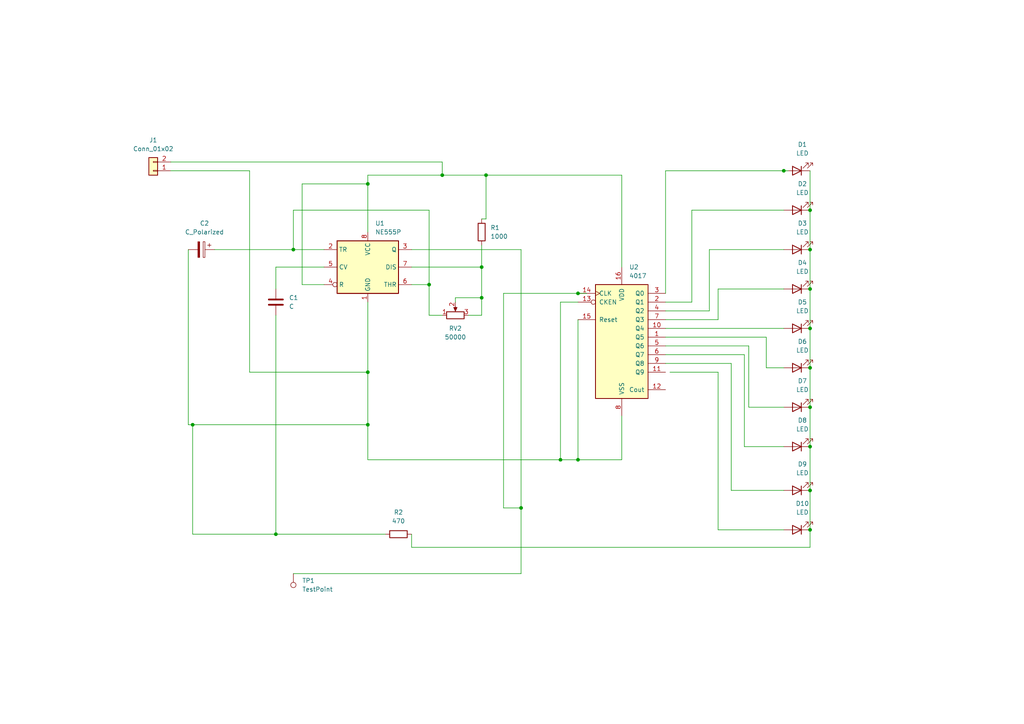
<source format=kicad_sch>
(kicad_sch
	(version 20250114)
	(generator "eeschema")
	(generator_version "9.0")
	(uuid "cb7bdb32-d66a-4ac8-8e54-3f0490b24f71")
	(paper "A4")
	(lib_symbols
		(symbol "4xxx:4017"
			(pin_names
				(offset 1.016)
			)
			(exclude_from_sim no)
			(in_bom yes)
			(on_board yes)
			(property "Reference" "U"
				(at -7.62 16.51 0)
				(effects
					(font
						(size 1.27 1.27)
					)
				)
			)
			(property "Value" "4017"
				(at -7.62 -19.05 0)
				(effects
					(font
						(size 1.27 1.27)
					)
				)
			)
			(property "Footprint" ""
				(at 0 0 0)
				(effects
					(font
						(size 1.27 1.27)
					)
					(hide yes)
				)
			)
			(property "Datasheet" "http://www.intersil.com/content/dam/Intersil/documents/cd40/cd4017bms-22bms.pdf"
				(at 0 0 0)
				(effects
					(font
						(size 1.27 1.27)
					)
					(hide yes)
				)
			)
			(property "Description" "Johnson Counter ( 10 outputs )"
				(at 0 0 0)
				(effects
					(font
						(size 1.27 1.27)
					)
					(hide yes)
				)
			)
			(property "ki_locked" ""
				(at 0 0 0)
				(effects
					(font
						(size 1.27 1.27)
					)
				)
			)
			(property "ki_keywords" "CNT CNT10"
				(at 0 0 0)
				(effects
					(font
						(size 1.27 1.27)
					)
					(hide yes)
				)
			)
			(property "ki_fp_filters" "DIP?16*"
				(at 0 0 0)
				(effects
					(font
						(size 1.27 1.27)
					)
					(hide yes)
				)
			)
			(symbol "4017_1_0"
				(pin input clock
					(at -12.7 12.7 0)
					(length 5.08)
					(name "CLK"
						(effects
							(font
								(size 1.27 1.27)
							)
						)
					)
					(number "14"
						(effects
							(font
								(size 1.27 1.27)
							)
						)
					)
				)
				(pin input inverted
					(at -12.7 10.16 0)
					(length 5.08)
					(name "CKEN"
						(effects
							(font
								(size 1.27 1.27)
							)
						)
					)
					(number "13"
						(effects
							(font
								(size 1.27 1.27)
							)
						)
					)
				)
				(pin input line
					(at -12.7 5.08 0)
					(length 5.08)
					(name "Reset"
						(effects
							(font
								(size 1.27 1.27)
							)
						)
					)
					(number "15"
						(effects
							(font
								(size 1.27 1.27)
							)
						)
					)
				)
				(pin power_in line
					(at 0 20.32 270)
					(length 5.08)
					(name "VDD"
						(effects
							(font
								(size 1.27 1.27)
							)
						)
					)
					(number "16"
						(effects
							(font
								(size 1.27 1.27)
							)
						)
					)
				)
				(pin power_in line
					(at 0 -22.86 90)
					(length 5.08)
					(name "VSS"
						(effects
							(font
								(size 1.27 1.27)
							)
						)
					)
					(number "8"
						(effects
							(font
								(size 1.27 1.27)
							)
						)
					)
				)
				(pin output line
					(at 12.7 12.7 180)
					(length 5.08)
					(name "Q0"
						(effects
							(font
								(size 1.27 1.27)
							)
						)
					)
					(number "3"
						(effects
							(font
								(size 1.27 1.27)
							)
						)
					)
				)
				(pin output line
					(at 12.7 10.16 180)
					(length 5.08)
					(name "Q1"
						(effects
							(font
								(size 1.27 1.27)
							)
						)
					)
					(number "2"
						(effects
							(font
								(size 1.27 1.27)
							)
						)
					)
				)
				(pin output line
					(at 12.7 7.62 180)
					(length 5.08)
					(name "Q2"
						(effects
							(font
								(size 1.27 1.27)
							)
						)
					)
					(number "4"
						(effects
							(font
								(size 1.27 1.27)
							)
						)
					)
				)
				(pin output line
					(at 12.7 5.08 180)
					(length 5.08)
					(name "Q3"
						(effects
							(font
								(size 1.27 1.27)
							)
						)
					)
					(number "7"
						(effects
							(font
								(size 1.27 1.27)
							)
						)
					)
				)
				(pin output line
					(at 12.7 2.54 180)
					(length 5.08)
					(name "Q4"
						(effects
							(font
								(size 1.27 1.27)
							)
						)
					)
					(number "10"
						(effects
							(font
								(size 1.27 1.27)
							)
						)
					)
				)
				(pin output line
					(at 12.7 0 180)
					(length 5.08)
					(name "Q5"
						(effects
							(font
								(size 1.27 1.27)
							)
						)
					)
					(number "1"
						(effects
							(font
								(size 1.27 1.27)
							)
						)
					)
				)
				(pin output line
					(at 12.7 -2.54 180)
					(length 5.08)
					(name "Q6"
						(effects
							(font
								(size 1.27 1.27)
							)
						)
					)
					(number "5"
						(effects
							(font
								(size 1.27 1.27)
							)
						)
					)
				)
				(pin output line
					(at 12.7 -5.08 180)
					(length 5.08)
					(name "Q7"
						(effects
							(font
								(size 1.27 1.27)
							)
						)
					)
					(number "6"
						(effects
							(font
								(size 1.27 1.27)
							)
						)
					)
				)
				(pin output line
					(at 12.7 -7.62 180)
					(length 5.08)
					(name "Q8"
						(effects
							(font
								(size 1.27 1.27)
							)
						)
					)
					(number "9"
						(effects
							(font
								(size 1.27 1.27)
							)
						)
					)
				)
				(pin output line
					(at 12.7 -10.16 180)
					(length 5.08)
					(name "Q9"
						(effects
							(font
								(size 1.27 1.27)
							)
						)
					)
					(number "11"
						(effects
							(font
								(size 1.27 1.27)
							)
						)
					)
				)
				(pin output line
					(at 12.7 -15.24 180)
					(length 5.08)
					(name "Cout"
						(effects
							(font
								(size 1.27 1.27)
							)
						)
					)
					(number "12"
						(effects
							(font
								(size 1.27 1.27)
							)
						)
					)
				)
			)
			(symbol "4017_1_1"
				(rectangle
					(start -7.62 15.24)
					(end 7.62 -17.78)
					(stroke
						(width 0.254)
						(type default)
					)
					(fill
						(type background)
					)
				)
			)
			(embedded_fonts no)
		)
		(symbol "Connector:TestPoint"
			(pin_numbers
				(hide yes)
			)
			(pin_names
				(offset 0.762)
				(hide yes)
			)
			(exclude_from_sim no)
			(in_bom yes)
			(on_board yes)
			(property "Reference" "TP"
				(at 0 6.858 0)
				(effects
					(font
						(size 1.27 1.27)
					)
				)
			)
			(property "Value" "TestPoint"
				(at 0 5.08 0)
				(effects
					(font
						(size 1.27 1.27)
					)
				)
			)
			(property "Footprint" ""
				(at 5.08 0 0)
				(effects
					(font
						(size 1.27 1.27)
					)
					(hide yes)
				)
			)
			(property "Datasheet" "~"
				(at 5.08 0 0)
				(effects
					(font
						(size 1.27 1.27)
					)
					(hide yes)
				)
			)
			(property "Description" "test point"
				(at 0 0 0)
				(effects
					(font
						(size 1.27 1.27)
					)
					(hide yes)
				)
			)
			(property "ki_keywords" "test point tp"
				(at 0 0 0)
				(effects
					(font
						(size 1.27 1.27)
					)
					(hide yes)
				)
			)
			(property "ki_fp_filters" "Pin* Test*"
				(at 0 0 0)
				(effects
					(font
						(size 1.27 1.27)
					)
					(hide yes)
				)
			)
			(symbol "TestPoint_0_1"
				(circle
					(center 0 3.302)
					(radius 0.762)
					(stroke
						(width 0)
						(type default)
					)
					(fill
						(type none)
					)
				)
			)
			(symbol "TestPoint_1_1"
				(pin passive line
					(at 0 0 90)
					(length 2.54)
					(name "1"
						(effects
							(font
								(size 1.27 1.27)
							)
						)
					)
					(number "1"
						(effects
							(font
								(size 1.27 1.27)
							)
						)
					)
				)
			)
			(embedded_fonts no)
		)
		(symbol "Connector_Generic:Conn_01x02"
			(pin_names
				(offset 1.016)
				(hide yes)
			)
			(exclude_from_sim no)
			(in_bom yes)
			(on_board yes)
			(property "Reference" "J"
				(at 0 2.54 0)
				(effects
					(font
						(size 1.27 1.27)
					)
				)
			)
			(property "Value" "Conn_01x02"
				(at 0 -5.08 0)
				(effects
					(font
						(size 1.27 1.27)
					)
				)
			)
			(property "Footprint" ""
				(at 0 0 0)
				(effects
					(font
						(size 1.27 1.27)
					)
					(hide yes)
				)
			)
			(property "Datasheet" "~"
				(at 0 0 0)
				(effects
					(font
						(size 1.27 1.27)
					)
					(hide yes)
				)
			)
			(property "Description" "Generic connector, single row, 01x02, script generated (kicad-library-utils/schlib/autogen/connector/)"
				(at 0 0 0)
				(effects
					(font
						(size 1.27 1.27)
					)
					(hide yes)
				)
			)
			(property "ki_keywords" "connector"
				(at 0 0 0)
				(effects
					(font
						(size 1.27 1.27)
					)
					(hide yes)
				)
			)
			(property "ki_fp_filters" "Connector*:*_1x??_*"
				(at 0 0 0)
				(effects
					(font
						(size 1.27 1.27)
					)
					(hide yes)
				)
			)
			(symbol "Conn_01x02_1_1"
				(rectangle
					(start -1.27 1.27)
					(end 1.27 -3.81)
					(stroke
						(width 0.254)
						(type default)
					)
					(fill
						(type background)
					)
				)
				(rectangle
					(start -1.27 0.127)
					(end 0 -0.127)
					(stroke
						(width 0.1524)
						(type default)
					)
					(fill
						(type none)
					)
				)
				(rectangle
					(start -1.27 -2.413)
					(end 0 -2.667)
					(stroke
						(width 0.1524)
						(type default)
					)
					(fill
						(type none)
					)
				)
				(pin passive line
					(at -5.08 0 0)
					(length 3.81)
					(name "Pin_1"
						(effects
							(font
								(size 1.27 1.27)
							)
						)
					)
					(number "1"
						(effects
							(font
								(size 1.27 1.27)
							)
						)
					)
				)
				(pin passive line
					(at -5.08 -2.54 0)
					(length 3.81)
					(name "Pin_2"
						(effects
							(font
								(size 1.27 1.27)
							)
						)
					)
					(number "2"
						(effects
							(font
								(size 1.27 1.27)
							)
						)
					)
				)
			)
			(embedded_fonts no)
		)
		(symbol "Device:C"
			(pin_numbers
				(hide yes)
			)
			(pin_names
				(offset 0.254)
			)
			(exclude_from_sim no)
			(in_bom yes)
			(on_board yes)
			(property "Reference" "C"
				(at 0.635 2.54 0)
				(effects
					(font
						(size 1.27 1.27)
					)
					(justify left)
				)
			)
			(property "Value" "C"
				(at 0.635 -2.54 0)
				(effects
					(font
						(size 1.27 1.27)
					)
					(justify left)
				)
			)
			(property "Footprint" ""
				(at 0.9652 -3.81 0)
				(effects
					(font
						(size 1.27 1.27)
					)
					(hide yes)
				)
			)
			(property "Datasheet" "~"
				(at 0 0 0)
				(effects
					(font
						(size 1.27 1.27)
					)
					(hide yes)
				)
			)
			(property "Description" "Unpolarized capacitor"
				(at 0 0 0)
				(effects
					(font
						(size 1.27 1.27)
					)
					(hide yes)
				)
			)
			(property "ki_keywords" "cap capacitor"
				(at 0 0 0)
				(effects
					(font
						(size 1.27 1.27)
					)
					(hide yes)
				)
			)
			(property "ki_fp_filters" "C_*"
				(at 0 0 0)
				(effects
					(font
						(size 1.27 1.27)
					)
					(hide yes)
				)
			)
			(symbol "C_0_1"
				(polyline
					(pts
						(xy -2.032 0.762) (xy 2.032 0.762)
					)
					(stroke
						(width 0.508)
						(type default)
					)
					(fill
						(type none)
					)
				)
				(polyline
					(pts
						(xy -2.032 -0.762) (xy 2.032 -0.762)
					)
					(stroke
						(width 0.508)
						(type default)
					)
					(fill
						(type none)
					)
				)
			)
			(symbol "C_1_1"
				(pin passive line
					(at 0 3.81 270)
					(length 2.794)
					(name "~"
						(effects
							(font
								(size 1.27 1.27)
							)
						)
					)
					(number "1"
						(effects
							(font
								(size 1.27 1.27)
							)
						)
					)
				)
				(pin passive line
					(at 0 -3.81 90)
					(length 2.794)
					(name "~"
						(effects
							(font
								(size 1.27 1.27)
							)
						)
					)
					(number "2"
						(effects
							(font
								(size 1.27 1.27)
							)
						)
					)
				)
			)
			(embedded_fonts no)
		)
		(symbol "Device:C_Polarized"
			(pin_numbers
				(hide yes)
			)
			(pin_names
				(offset 0.254)
			)
			(exclude_from_sim no)
			(in_bom yes)
			(on_board yes)
			(property "Reference" "C"
				(at 0.635 2.54 0)
				(effects
					(font
						(size 1.27 1.27)
					)
					(justify left)
				)
			)
			(property "Value" "C_Polarized"
				(at 0.635 -2.54 0)
				(effects
					(font
						(size 1.27 1.27)
					)
					(justify left)
				)
			)
			(property "Footprint" ""
				(at 0.9652 -3.81 0)
				(effects
					(font
						(size 1.27 1.27)
					)
					(hide yes)
				)
			)
			(property "Datasheet" "~"
				(at 0 0 0)
				(effects
					(font
						(size 1.27 1.27)
					)
					(hide yes)
				)
			)
			(property "Description" "Polarized capacitor"
				(at 0 0 0)
				(effects
					(font
						(size 1.27 1.27)
					)
					(hide yes)
				)
			)
			(property "ki_keywords" "cap capacitor"
				(at 0 0 0)
				(effects
					(font
						(size 1.27 1.27)
					)
					(hide yes)
				)
			)
			(property "ki_fp_filters" "CP_*"
				(at 0 0 0)
				(effects
					(font
						(size 1.27 1.27)
					)
					(hide yes)
				)
			)
			(symbol "C_Polarized_0_1"
				(rectangle
					(start -2.286 0.508)
					(end 2.286 1.016)
					(stroke
						(width 0)
						(type default)
					)
					(fill
						(type none)
					)
				)
				(polyline
					(pts
						(xy -1.778 2.286) (xy -0.762 2.286)
					)
					(stroke
						(width 0)
						(type default)
					)
					(fill
						(type none)
					)
				)
				(polyline
					(pts
						(xy -1.27 2.794) (xy -1.27 1.778)
					)
					(stroke
						(width 0)
						(type default)
					)
					(fill
						(type none)
					)
				)
				(rectangle
					(start 2.286 -0.508)
					(end -2.286 -1.016)
					(stroke
						(width 0)
						(type default)
					)
					(fill
						(type outline)
					)
				)
			)
			(symbol "C_Polarized_1_1"
				(pin passive line
					(at 0 3.81 270)
					(length 2.794)
					(name "~"
						(effects
							(font
								(size 1.27 1.27)
							)
						)
					)
					(number "1"
						(effects
							(font
								(size 1.27 1.27)
							)
						)
					)
				)
				(pin passive line
					(at 0 -3.81 90)
					(length 2.794)
					(name "~"
						(effects
							(font
								(size 1.27 1.27)
							)
						)
					)
					(number "2"
						(effects
							(font
								(size 1.27 1.27)
							)
						)
					)
				)
			)
			(embedded_fonts no)
		)
		(symbol "Device:LED"
			(pin_numbers
				(hide yes)
			)
			(pin_names
				(offset 1.016)
				(hide yes)
			)
			(exclude_from_sim no)
			(in_bom yes)
			(on_board yes)
			(property "Reference" "D"
				(at 0 2.54 0)
				(effects
					(font
						(size 1.27 1.27)
					)
				)
			)
			(property "Value" "LED"
				(at 0 -2.54 0)
				(effects
					(font
						(size 1.27 1.27)
					)
				)
			)
			(property "Footprint" ""
				(at 0 0 0)
				(effects
					(font
						(size 1.27 1.27)
					)
					(hide yes)
				)
			)
			(property "Datasheet" "~"
				(at 0 0 0)
				(effects
					(font
						(size 1.27 1.27)
					)
					(hide yes)
				)
			)
			(property "Description" "Light emitting diode"
				(at 0 0 0)
				(effects
					(font
						(size 1.27 1.27)
					)
					(hide yes)
				)
			)
			(property "Sim.Pins" "1=K 2=A"
				(at 0 0 0)
				(effects
					(font
						(size 1.27 1.27)
					)
					(hide yes)
				)
			)
			(property "ki_keywords" "LED diode"
				(at 0 0 0)
				(effects
					(font
						(size 1.27 1.27)
					)
					(hide yes)
				)
			)
			(property "ki_fp_filters" "LED* LED_SMD:* LED_THT:*"
				(at 0 0 0)
				(effects
					(font
						(size 1.27 1.27)
					)
					(hide yes)
				)
			)
			(symbol "LED_0_1"
				(polyline
					(pts
						(xy -3.048 -0.762) (xy -4.572 -2.286) (xy -3.81 -2.286) (xy -4.572 -2.286) (xy -4.572 -1.524)
					)
					(stroke
						(width 0)
						(type default)
					)
					(fill
						(type none)
					)
				)
				(polyline
					(pts
						(xy -1.778 -0.762) (xy -3.302 -2.286) (xy -2.54 -2.286) (xy -3.302 -2.286) (xy -3.302 -1.524)
					)
					(stroke
						(width 0)
						(type default)
					)
					(fill
						(type none)
					)
				)
				(polyline
					(pts
						(xy -1.27 0) (xy 1.27 0)
					)
					(stroke
						(width 0)
						(type default)
					)
					(fill
						(type none)
					)
				)
				(polyline
					(pts
						(xy -1.27 -1.27) (xy -1.27 1.27)
					)
					(stroke
						(width 0.254)
						(type default)
					)
					(fill
						(type none)
					)
				)
				(polyline
					(pts
						(xy 1.27 -1.27) (xy 1.27 1.27) (xy -1.27 0) (xy 1.27 -1.27)
					)
					(stroke
						(width 0.254)
						(type default)
					)
					(fill
						(type none)
					)
				)
			)
			(symbol "LED_1_1"
				(pin passive line
					(at -3.81 0 0)
					(length 2.54)
					(name "K"
						(effects
							(font
								(size 1.27 1.27)
							)
						)
					)
					(number "1"
						(effects
							(font
								(size 1.27 1.27)
							)
						)
					)
				)
				(pin passive line
					(at 3.81 0 180)
					(length 2.54)
					(name "A"
						(effects
							(font
								(size 1.27 1.27)
							)
						)
					)
					(number "2"
						(effects
							(font
								(size 1.27 1.27)
							)
						)
					)
				)
			)
			(embedded_fonts no)
		)
		(symbol "Device:R"
			(pin_numbers
				(hide yes)
			)
			(pin_names
				(offset 0)
			)
			(exclude_from_sim no)
			(in_bom yes)
			(on_board yes)
			(property "Reference" "R"
				(at 2.032 0 90)
				(effects
					(font
						(size 1.27 1.27)
					)
				)
			)
			(property "Value" "R"
				(at 0 0 90)
				(effects
					(font
						(size 1.27 1.27)
					)
				)
			)
			(property "Footprint" ""
				(at -1.778 0 90)
				(effects
					(font
						(size 1.27 1.27)
					)
					(hide yes)
				)
			)
			(property "Datasheet" "~"
				(at 0 0 0)
				(effects
					(font
						(size 1.27 1.27)
					)
					(hide yes)
				)
			)
			(property "Description" "Resistor"
				(at 0 0 0)
				(effects
					(font
						(size 1.27 1.27)
					)
					(hide yes)
				)
			)
			(property "ki_keywords" "R res resistor"
				(at 0 0 0)
				(effects
					(font
						(size 1.27 1.27)
					)
					(hide yes)
				)
			)
			(property "ki_fp_filters" "R_*"
				(at 0 0 0)
				(effects
					(font
						(size 1.27 1.27)
					)
					(hide yes)
				)
			)
			(symbol "R_0_1"
				(rectangle
					(start -1.016 -2.54)
					(end 1.016 2.54)
					(stroke
						(width 0.254)
						(type default)
					)
					(fill
						(type none)
					)
				)
			)
			(symbol "R_1_1"
				(pin passive line
					(at 0 3.81 270)
					(length 1.27)
					(name "~"
						(effects
							(font
								(size 1.27 1.27)
							)
						)
					)
					(number "1"
						(effects
							(font
								(size 1.27 1.27)
							)
						)
					)
				)
				(pin passive line
					(at 0 -3.81 90)
					(length 1.27)
					(name "~"
						(effects
							(font
								(size 1.27 1.27)
							)
						)
					)
					(number "2"
						(effects
							(font
								(size 1.27 1.27)
							)
						)
					)
				)
			)
			(embedded_fonts no)
		)
		(symbol "Device:R_Potentiometer"
			(pin_names
				(offset 1.016)
				(hide yes)
			)
			(exclude_from_sim no)
			(in_bom yes)
			(on_board yes)
			(property "Reference" "RV"
				(at -4.445 0 90)
				(effects
					(font
						(size 1.27 1.27)
					)
				)
			)
			(property "Value" "R_Potentiometer"
				(at -2.54 0 90)
				(effects
					(font
						(size 1.27 1.27)
					)
				)
			)
			(property "Footprint" ""
				(at 0 0 0)
				(effects
					(font
						(size 1.27 1.27)
					)
					(hide yes)
				)
			)
			(property "Datasheet" "~"
				(at 0 0 0)
				(effects
					(font
						(size 1.27 1.27)
					)
					(hide yes)
				)
			)
			(property "Description" "Potentiometer"
				(at 0 0 0)
				(effects
					(font
						(size 1.27 1.27)
					)
					(hide yes)
				)
			)
			(property "ki_keywords" "resistor variable"
				(at 0 0 0)
				(effects
					(font
						(size 1.27 1.27)
					)
					(hide yes)
				)
			)
			(property "ki_fp_filters" "Potentiometer*"
				(at 0 0 0)
				(effects
					(font
						(size 1.27 1.27)
					)
					(hide yes)
				)
			)
			(symbol "R_Potentiometer_0_1"
				(rectangle
					(start 1.016 2.54)
					(end -1.016 -2.54)
					(stroke
						(width 0.254)
						(type default)
					)
					(fill
						(type none)
					)
				)
				(polyline
					(pts
						(xy 1.143 0) (xy 2.286 0.508) (xy 2.286 -0.508) (xy 1.143 0)
					)
					(stroke
						(width 0)
						(type default)
					)
					(fill
						(type outline)
					)
				)
				(polyline
					(pts
						(xy 2.54 0) (xy 1.524 0)
					)
					(stroke
						(width 0)
						(type default)
					)
					(fill
						(type none)
					)
				)
			)
			(symbol "R_Potentiometer_1_1"
				(pin passive line
					(at 0 3.81 270)
					(length 1.27)
					(name "1"
						(effects
							(font
								(size 1.27 1.27)
							)
						)
					)
					(number "1"
						(effects
							(font
								(size 1.27 1.27)
							)
						)
					)
				)
				(pin passive line
					(at 0 -3.81 90)
					(length 1.27)
					(name "3"
						(effects
							(font
								(size 1.27 1.27)
							)
						)
					)
					(number "3"
						(effects
							(font
								(size 1.27 1.27)
							)
						)
					)
				)
				(pin passive line
					(at 3.81 0 180)
					(length 1.27)
					(name "2"
						(effects
							(font
								(size 1.27 1.27)
							)
						)
					)
					(number "2"
						(effects
							(font
								(size 1.27 1.27)
							)
						)
					)
				)
			)
			(embedded_fonts no)
		)
		(symbol "Timer:NE555P"
			(exclude_from_sim no)
			(in_bom yes)
			(on_board yes)
			(property "Reference" "U"
				(at -10.16 8.89 0)
				(effects
					(font
						(size 1.27 1.27)
					)
					(justify left)
				)
			)
			(property "Value" "NE555P"
				(at 2.54 8.89 0)
				(effects
					(font
						(size 1.27 1.27)
					)
					(justify left)
				)
			)
			(property "Footprint" "Package_DIP:DIP-8_W7.62mm"
				(at 16.51 -10.16 0)
				(effects
					(font
						(size 1.27 1.27)
					)
					(hide yes)
				)
			)
			(property "Datasheet" "http://www.ti.com/lit/ds/symlink/ne555.pdf"
				(at 21.59 -10.16 0)
				(effects
					(font
						(size 1.27 1.27)
					)
					(hide yes)
				)
			)
			(property "Description" "Precision Timers, 555 compatible,  PDIP-8"
				(at 0 0 0)
				(effects
					(font
						(size 1.27 1.27)
					)
					(hide yes)
				)
			)
			(property "ki_keywords" "single timer 555"
				(at 0 0 0)
				(effects
					(font
						(size 1.27 1.27)
					)
					(hide yes)
				)
			)
			(property "ki_fp_filters" "DIP*W7.62mm*"
				(at 0 0 0)
				(effects
					(font
						(size 1.27 1.27)
					)
					(hide yes)
				)
			)
			(symbol "NE555P_0_0"
				(pin power_in line
					(at 0 10.16 270)
					(length 2.54)
					(name "VCC"
						(effects
							(font
								(size 1.27 1.27)
							)
						)
					)
					(number "8"
						(effects
							(font
								(size 1.27 1.27)
							)
						)
					)
				)
				(pin power_in line
					(at 0 -10.16 90)
					(length 2.54)
					(name "GND"
						(effects
							(font
								(size 1.27 1.27)
							)
						)
					)
					(number "1"
						(effects
							(font
								(size 1.27 1.27)
							)
						)
					)
				)
			)
			(symbol "NE555P_0_1"
				(rectangle
					(start -8.89 -7.62)
					(end 8.89 7.62)
					(stroke
						(width 0.254)
						(type default)
					)
					(fill
						(type background)
					)
				)
				(rectangle
					(start -8.89 -7.62)
					(end 8.89 7.62)
					(stroke
						(width 0.254)
						(type default)
					)
					(fill
						(type background)
					)
				)
			)
			(symbol "NE555P_1_1"
				(pin input line
					(at -12.7 5.08 0)
					(length 3.81)
					(name "TR"
						(effects
							(font
								(size 1.27 1.27)
							)
						)
					)
					(number "2"
						(effects
							(font
								(size 1.27 1.27)
							)
						)
					)
				)
				(pin input line
					(at -12.7 0 0)
					(length 3.81)
					(name "CV"
						(effects
							(font
								(size 1.27 1.27)
							)
						)
					)
					(number "5"
						(effects
							(font
								(size 1.27 1.27)
							)
						)
					)
				)
				(pin input inverted
					(at -12.7 -5.08 0)
					(length 3.81)
					(name "R"
						(effects
							(font
								(size 1.27 1.27)
							)
						)
					)
					(number "4"
						(effects
							(font
								(size 1.27 1.27)
							)
						)
					)
				)
				(pin output line
					(at 12.7 5.08 180)
					(length 3.81)
					(name "Q"
						(effects
							(font
								(size 1.27 1.27)
							)
						)
					)
					(number "3"
						(effects
							(font
								(size 1.27 1.27)
							)
						)
					)
				)
				(pin input line
					(at 12.7 0 180)
					(length 3.81)
					(name "DIS"
						(effects
							(font
								(size 1.27 1.27)
							)
						)
					)
					(number "7"
						(effects
							(font
								(size 1.27 1.27)
							)
						)
					)
				)
				(pin input line
					(at 12.7 -5.08 180)
					(length 3.81)
					(name "THR"
						(effects
							(font
								(size 1.27 1.27)
							)
						)
					)
					(number "6"
						(effects
							(font
								(size 1.27 1.27)
							)
						)
					)
				)
			)
			(embedded_fonts no)
		)
	)
	(junction
		(at 234.95 129.54)
		(diameter 0)
		(color 0 0 0 0)
		(uuid "0118357c-872e-4ece-857f-e3861340de4e")
	)
	(junction
		(at 106.68 107.95)
		(diameter 0)
		(color 0 0 0 0)
		(uuid "0da0d979-ec4f-4018-8612-cffd5985fc13")
	)
	(junction
		(at 106.68 123.19)
		(diameter 0)
		(color 0 0 0 0)
		(uuid "1b68da1a-8fbe-456a-9e9c-92c40ba6dd6c")
	)
	(junction
		(at 55.88 123.19)
		(diameter 0)
		(color 0 0 0 0)
		(uuid "24c90d39-eecb-4176-b195-11235c96b188")
	)
	(junction
		(at 234.95 142.24)
		(diameter 0)
		(color 0 0 0 0)
		(uuid "2fe968a6-7ce5-4eb7-b9b2-5904d6a733c1")
	)
	(junction
		(at 234.95 95.25)
		(diameter 0)
		(color 0 0 0 0)
		(uuid "31aa8870-1a71-4614-9748-26915b32a6c2")
	)
	(junction
		(at 139.7 86.36)
		(diameter 0)
		(color 0 0 0 0)
		(uuid "46b88871-b32a-436c-9a5b-646e417117b9")
	)
	(junction
		(at 151.13 147.32)
		(diameter 0)
		(color 0 0 0 0)
		(uuid "4c3ca1c8-a5b4-4b39-8b05-6eeb2a63d648")
	)
	(junction
		(at 167.64 85.09)
		(diameter 0)
		(color 0 0 0 0)
		(uuid "512ce8fe-23cf-4a9a-b186-d377d61d466e")
	)
	(junction
		(at 124.46 82.55)
		(diameter 0)
		(color 0 0 0 0)
		(uuid "6b6860b7-1263-467b-a70f-a321b6943472")
	)
	(junction
		(at 128.27 50.8)
		(diameter 0)
		(color 0 0 0 0)
		(uuid "7aa6e9aa-c7a4-40e3-96f8-93fe32a3fa85")
	)
	(junction
		(at 227.33 49.53)
		(diameter 0)
		(color 0 0 0 0)
		(uuid "81f4a22d-6c43-4d6c-aee5-afddebb196a8")
	)
	(junction
		(at 234.95 153.67)
		(diameter 0)
		(color 0 0 0 0)
		(uuid "861f8c48-626a-4129-8581-3380d04bd0d2")
	)
	(junction
		(at 80.01 154.94)
		(diameter 0)
		(color 0 0 0 0)
		(uuid "86e2ff6b-fd87-4697-bd73-36df711317e3")
	)
	(junction
		(at 167.64 133.35)
		(diameter 0)
		(color 0 0 0 0)
		(uuid "9965c443-1033-4d6d-8c4c-0d6b6a26132a")
	)
	(junction
		(at 234.95 72.39)
		(diameter 0)
		(color 0 0 0 0)
		(uuid "a94d995e-b5ae-4a84-a7ef-7a60a1f9cf2c")
	)
	(junction
		(at 234.95 83.82)
		(diameter 0)
		(color 0 0 0 0)
		(uuid "ab9fb795-db59-449a-b98c-a0ab1972b31f")
	)
	(junction
		(at 234.95 118.11)
		(diameter 0)
		(color 0 0 0 0)
		(uuid "b37cb752-0082-4a71-a9a5-dcd80d945303")
	)
	(junction
		(at 106.68 53.34)
		(diameter 0)
		(color 0 0 0 0)
		(uuid "c3621986-d072-462c-97a2-596f874e24fc")
	)
	(junction
		(at 162.56 133.35)
		(diameter 0)
		(color 0 0 0 0)
		(uuid "c82318d6-0aef-4e04-9658-2f0ce0aa7f41")
	)
	(junction
		(at 139.7 77.47)
		(diameter 0)
		(color 0 0 0 0)
		(uuid "cb69f8a0-eb24-4760-b3be-879b2fa4fd83")
	)
	(junction
		(at 140.97 50.8)
		(diameter 0)
		(color 0 0 0 0)
		(uuid "ced27eb5-2fb8-4219-b3a5-d5c50ab18697")
	)
	(junction
		(at 234.95 106.68)
		(diameter 0)
		(color 0 0 0 0)
		(uuid "dfd4b076-9a19-412f-9802-8554b5567a7a")
	)
	(junction
		(at 234.95 60.96)
		(diameter 0)
		(color 0 0 0 0)
		(uuid "f1f6a649-ad34-45ce-85fe-7fe7adfba6c3")
	)
	(junction
		(at 85.09 72.39)
		(diameter 0)
		(color 0 0 0 0)
		(uuid "fea81f9b-42e8-41b0-9a2b-718c2a5aba3e")
	)
	(wire
		(pts
			(xy 234.95 142.24) (xy 234.95 153.67)
		)
		(stroke
			(width 0)
			(type default)
		)
		(uuid "00d68d7e-e8da-4abe-80eb-83e6fd106a5c")
	)
	(wire
		(pts
			(xy 208.28 153.67) (xy 227.33 153.67)
		)
		(stroke
			(width 0)
			(type default)
		)
		(uuid "01b570a6-37d0-4d9c-b1de-0b4a568faa7d")
	)
	(wire
		(pts
			(xy 139.7 86.36) (xy 139.7 91.44)
		)
		(stroke
			(width 0)
			(type default)
		)
		(uuid "0278a416-3cf9-477d-a00c-b804e81e0a2b")
	)
	(wire
		(pts
			(xy 140.97 50.8) (xy 140.97 63.5)
		)
		(stroke
			(width 0)
			(type default)
		)
		(uuid "0c93370f-83f5-485a-977d-c5bd2a69484a")
	)
	(wire
		(pts
			(xy 194.31 107.95) (xy 208.28 107.95)
		)
		(stroke
			(width 0)
			(type default)
		)
		(uuid "0e5ebf83-94e1-4801-8eb2-fa653def13d6")
	)
	(wire
		(pts
			(xy 227.33 142.24) (xy 212.09 142.24)
		)
		(stroke
			(width 0)
			(type default)
		)
		(uuid "0f6e0563-65ac-411c-86b7-0970c6475a42")
	)
	(wire
		(pts
			(xy 124.46 60.96) (xy 85.09 60.96)
		)
		(stroke
			(width 0)
			(type default)
		)
		(uuid "102d4c65-c888-4551-af3c-314857e86541")
	)
	(wire
		(pts
			(xy 132.08 87.63) (xy 132.08 86.36)
		)
		(stroke
			(width 0)
			(type default)
		)
		(uuid "149c2989-eee8-4250-96c1-da67fd31dc4b")
	)
	(wire
		(pts
			(xy 106.68 50.8) (xy 128.27 50.8)
		)
		(stroke
			(width 0)
			(type default)
		)
		(uuid "14ff6194-09dc-4327-b4cd-66e9ac83ef7e")
	)
	(wire
		(pts
			(xy 49.53 49.53) (xy 72.39 49.53)
		)
		(stroke
			(width 0)
			(type default)
		)
		(uuid "15dcd93f-09fe-4673-8a02-cd07ee51e155")
	)
	(wire
		(pts
			(xy 234.95 118.11) (xy 234.95 129.54)
		)
		(stroke
			(width 0)
			(type default)
		)
		(uuid "1d7b0d86-1448-40be-8407-5decdde2887a")
	)
	(wire
		(pts
			(xy 106.68 67.31) (xy 106.68 53.34)
		)
		(stroke
			(width 0)
			(type default)
		)
		(uuid "1ef0826f-5d5d-4066-94a1-8947b0bb19cf")
	)
	(wire
		(pts
			(xy 62.23 72.39) (xy 85.09 72.39)
		)
		(stroke
			(width 0)
			(type default)
		)
		(uuid "205b42b1-b237-428b-afd7-59ad71885db8")
	)
	(wire
		(pts
			(xy 212.09 142.24) (xy 212.09 105.41)
		)
		(stroke
			(width 0)
			(type default)
		)
		(uuid "207a0388-3c76-4d36-bbc6-dec67ee94bd8")
	)
	(wire
		(pts
			(xy 227.33 129.54) (xy 215.9 129.54)
		)
		(stroke
			(width 0)
			(type default)
		)
		(uuid "20f22ecd-5a3d-4457-96e7-41230521c8ca")
	)
	(wire
		(pts
			(xy 85.09 60.96) (xy 85.09 72.39)
		)
		(stroke
			(width 0)
			(type default)
		)
		(uuid "22f133d4-1554-4e60-acb2-a058b2256af0")
	)
	(wire
		(pts
			(xy 93.98 82.55) (xy 87.63 82.55)
		)
		(stroke
			(width 0)
			(type default)
		)
		(uuid "235bc122-3983-4390-8ba0-e519761ba453")
	)
	(wire
		(pts
			(xy 111.76 154.94) (xy 80.01 154.94)
		)
		(stroke
			(width 0)
			(type default)
		)
		(uuid "2d3c16ce-9f1d-4f31-8acf-a980e533d892")
	)
	(wire
		(pts
			(xy 234.95 60.96) (xy 234.95 72.39)
		)
		(stroke
			(width 0)
			(type default)
		)
		(uuid "2dfe3ea4-0c72-4b1e-ac77-b65dd61220bb")
	)
	(wire
		(pts
			(xy 49.53 46.99) (xy 128.27 46.99)
		)
		(stroke
			(width 0)
			(type default)
		)
		(uuid "2f0d0bde-640e-4a67-8b22-2534d2bd5e9e")
	)
	(wire
		(pts
			(xy 124.46 82.55) (xy 119.38 82.55)
		)
		(stroke
			(width 0)
			(type default)
		)
		(uuid "310a839a-a3d3-401d-8ff3-ce2231f7d2ab")
	)
	(wire
		(pts
			(xy 80.01 91.44) (xy 80.01 154.94)
		)
		(stroke
			(width 0)
			(type default)
		)
		(uuid "36a599bf-99b7-411e-83f9-44360d98a58e")
	)
	(wire
		(pts
			(xy 205.74 90.17) (xy 193.04 90.17)
		)
		(stroke
			(width 0)
			(type default)
		)
		(uuid "3b9e8930-9bcd-4197-9531-99d6b30312cf")
	)
	(wire
		(pts
			(xy 55.88 154.94) (xy 55.88 123.19)
		)
		(stroke
			(width 0)
			(type default)
		)
		(uuid "3ba47546-f6e3-428b-b5f6-35332274195c")
	)
	(wire
		(pts
			(xy 222.25 106.68) (xy 222.25 97.79)
		)
		(stroke
			(width 0)
			(type default)
		)
		(uuid "3c1b4158-06f0-4f6f-a21d-c4071a643b79")
	)
	(wire
		(pts
			(xy 215.9 102.87) (xy 193.04 102.87)
		)
		(stroke
			(width 0)
			(type default)
		)
		(uuid "3d94e071-1f76-48a7-87af-f51d1f4b5346")
	)
	(wire
		(pts
			(xy 234.95 129.54) (xy 234.95 142.24)
		)
		(stroke
			(width 0)
			(type default)
		)
		(uuid "3dfb9eb3-2edd-410c-916d-464819812010")
	)
	(wire
		(pts
			(xy 234.95 83.82) (xy 234.95 95.25)
		)
		(stroke
			(width 0)
			(type default)
		)
		(uuid "4653293a-df6c-4a55-a1d6-8e9ed50e3aa5")
	)
	(wire
		(pts
			(xy 180.34 120.65) (xy 180.34 133.35)
		)
		(stroke
			(width 0)
			(type default)
		)
		(uuid "4b92a364-eb0c-45fb-bb18-566ab53a05d4")
	)
	(wire
		(pts
			(xy 54.61 123.19) (xy 55.88 123.19)
		)
		(stroke
			(width 0)
			(type default)
		)
		(uuid "4ed3d086-10e9-4322-af24-f591ce1845a6")
	)
	(wire
		(pts
			(xy 106.68 53.34) (xy 106.68 50.8)
		)
		(stroke
			(width 0)
			(type default)
		)
		(uuid "517e7664-cc18-4286-9af6-2b43939614c7")
	)
	(wire
		(pts
			(xy 227.33 49.53) (xy 193.04 49.53)
		)
		(stroke
			(width 0)
			(type default)
		)
		(uuid "55da7e0d-001d-465f-a132-0b009e88cd5b")
	)
	(wire
		(pts
			(xy 151.13 166.37) (xy 151.13 147.32)
		)
		(stroke
			(width 0)
			(type default)
		)
		(uuid "5e52578e-2a08-4bdb-863e-06403f5a931d")
	)
	(wire
		(pts
			(xy 167.64 85.09) (xy 146.05 85.09)
		)
		(stroke
			(width 0)
			(type default)
		)
		(uuid "68931b18-0b3a-4808-b098-9c07f28e678f")
	)
	(wire
		(pts
			(xy 72.39 107.95) (xy 106.68 107.95)
		)
		(stroke
			(width 0)
			(type default)
		)
		(uuid "68f6e6c0-796f-42ae-9756-cddfb4610ab7")
	)
	(wire
		(pts
			(xy 80.01 154.94) (xy 55.88 154.94)
		)
		(stroke
			(width 0)
			(type default)
		)
		(uuid "691a6943-cd56-49bf-bc84-0f168460dc3d")
	)
	(wire
		(pts
			(xy 222.25 97.79) (xy 193.04 97.79)
		)
		(stroke
			(width 0)
			(type default)
		)
		(uuid "6ba750e1-94ed-433d-be12-af24f8a9d25f")
	)
	(wire
		(pts
			(xy 106.68 87.63) (xy 106.68 107.95)
		)
		(stroke
			(width 0)
			(type default)
		)
		(uuid "6d907f1a-3774-4bee-899c-cea25aef894e")
	)
	(wire
		(pts
			(xy 167.64 133.35) (xy 180.34 133.35)
		)
		(stroke
			(width 0)
			(type default)
		)
		(uuid "6f49438d-ccf3-482d-a3a9-da2ffc750e10")
	)
	(wire
		(pts
			(xy 227.33 60.96) (xy 200.66 60.96)
		)
		(stroke
			(width 0)
			(type default)
		)
		(uuid "6fbd20d2-e38d-449e-b6dd-58ee39343338")
	)
	(wire
		(pts
			(xy 128.27 91.44) (xy 124.46 91.44)
		)
		(stroke
			(width 0)
			(type default)
		)
		(uuid "715f63fd-03d4-41fe-86c2-76e38a123b03")
	)
	(wire
		(pts
			(xy 151.13 72.39) (xy 119.38 72.39)
		)
		(stroke
			(width 0)
			(type default)
		)
		(uuid "770aa08d-b9d7-40a4-bc59-f9e7063ba6b9")
	)
	(wire
		(pts
			(xy 124.46 82.55) (xy 124.46 60.96)
		)
		(stroke
			(width 0)
			(type default)
		)
		(uuid "7afd8832-b4a7-4020-83d4-883a04f6d41a")
	)
	(wire
		(pts
			(xy 54.61 72.39) (xy 54.61 123.19)
		)
		(stroke
			(width 0)
			(type default)
		)
		(uuid "7b1a2e06-80fc-4cd3-a4ee-5fbbf009173b")
	)
	(wire
		(pts
			(xy 215.9 129.54) (xy 215.9 102.87)
		)
		(stroke
			(width 0)
			(type default)
		)
		(uuid "7b25fb9e-699a-4a91-bd53-2deb225a50d8")
	)
	(wire
		(pts
			(xy 87.63 82.55) (xy 87.63 53.34)
		)
		(stroke
			(width 0)
			(type default)
		)
		(uuid "7c37a999-6603-4931-964b-2316137f84ac")
	)
	(wire
		(pts
			(xy 208.28 83.82) (xy 208.28 92.71)
		)
		(stroke
			(width 0)
			(type default)
		)
		(uuid "7f1c32c8-8bb0-43d0-a08c-119715ec474f")
	)
	(wire
		(pts
			(xy 140.97 63.5) (xy 139.7 63.5)
		)
		(stroke
			(width 0)
			(type default)
		)
		(uuid "7f478fcf-085c-4160-a792-76b906ff86f5")
	)
	(wire
		(pts
			(xy 228.6 49.53) (xy 227.33 49.53)
		)
		(stroke
			(width 0)
			(type default)
		)
		(uuid "7f53ede4-382b-4baa-b09b-de0b071b4a94")
	)
	(wire
		(pts
			(xy 139.7 91.44) (xy 135.89 91.44)
		)
		(stroke
			(width 0)
			(type default)
		)
		(uuid "8222fe80-b5db-4e6b-be19-2c730a0e703c")
	)
	(wire
		(pts
			(xy 139.7 77.47) (xy 139.7 86.36)
		)
		(stroke
			(width 0)
			(type default)
		)
		(uuid "8428cbee-76cb-4338-999d-9530fcc3f89d")
	)
	(wire
		(pts
			(xy 180.34 50.8) (xy 180.34 77.47)
		)
		(stroke
			(width 0)
			(type default)
		)
		(uuid "857e8c25-9b6f-459a-9ff8-8fb3e83a6a3a")
	)
	(wire
		(pts
			(xy 193.04 49.53) (xy 193.04 85.09)
		)
		(stroke
			(width 0)
			(type default)
		)
		(uuid "87bea15e-a5f7-41f5-a629-3de7a3d0d2df")
	)
	(wire
		(pts
			(xy 167.64 87.63) (xy 162.56 87.63)
		)
		(stroke
			(width 0)
			(type default)
		)
		(uuid "88ea48be-342f-4fbc-a998-643abea70358")
	)
	(wire
		(pts
			(xy 205.74 72.39) (xy 205.74 90.17)
		)
		(stroke
			(width 0)
			(type default)
		)
		(uuid "8b1d6189-565b-47e2-b5cd-6053174e0a4e")
	)
	(wire
		(pts
			(xy 87.63 53.34) (xy 106.68 53.34)
		)
		(stroke
			(width 0)
			(type default)
		)
		(uuid "8b934f42-dd86-461c-8790-7006c5ddba87")
	)
	(wire
		(pts
			(xy 80.01 77.47) (xy 80.01 83.82)
		)
		(stroke
			(width 0)
			(type default)
		)
		(uuid "8bd0977f-6ed6-40f0-828f-05fba5ebef93")
	)
	(wire
		(pts
			(xy 106.68 123.19) (xy 106.68 133.35)
		)
		(stroke
			(width 0)
			(type default)
		)
		(uuid "8dd0ac7b-eca7-4524-8829-a68a31352bed")
	)
	(wire
		(pts
			(xy 132.08 86.36) (xy 139.7 86.36)
		)
		(stroke
			(width 0)
			(type default)
		)
		(uuid "9030981d-2ca0-4597-9bda-1de47133d2c8")
	)
	(wire
		(pts
			(xy 128.27 46.99) (xy 128.27 50.8)
		)
		(stroke
			(width 0)
			(type default)
		)
		(uuid "947e4f8a-1d46-441b-9173-2f8ddcddf320")
	)
	(wire
		(pts
			(xy 217.17 100.33) (xy 193.04 100.33)
		)
		(stroke
			(width 0)
			(type default)
		)
		(uuid "975418a5-3a8b-4689-a7a8-90eb3c5ab4f7")
	)
	(wire
		(pts
			(xy 167.64 92.71) (xy 167.64 133.35)
		)
		(stroke
			(width 0)
			(type default)
		)
		(uuid "9854c977-ee1d-4af5-af09-4a92ed62e46f")
	)
	(wire
		(pts
			(xy 146.05 85.09) (xy 146.05 147.32)
		)
		(stroke
			(width 0)
			(type default)
		)
		(uuid "9d527c0d-ab1e-4f95-8f13-52131f9440b5")
	)
	(wire
		(pts
			(xy 227.33 106.68) (xy 222.25 106.68)
		)
		(stroke
			(width 0)
			(type default)
		)
		(uuid "9ebeddc1-d20a-4961-b25d-9092b3c72714")
	)
	(wire
		(pts
			(xy 85.09 166.37) (xy 151.13 166.37)
		)
		(stroke
			(width 0)
			(type default)
		)
		(uuid "9f038987-e8f1-405f-b429-d9e19ef5cc12")
	)
	(wire
		(pts
			(xy 234.95 153.67) (xy 234.95 158.75)
		)
		(stroke
			(width 0)
			(type default)
		)
		(uuid "a709a7e2-ca9a-465c-9ba8-eb6c5df2f407")
	)
	(wire
		(pts
			(xy 234.95 95.25) (xy 234.95 106.68)
		)
		(stroke
			(width 0)
			(type default)
		)
		(uuid "a80c72cf-d0f6-4e09-8d78-c0c57c696a08")
	)
	(wire
		(pts
			(xy 119.38 77.47) (xy 139.7 77.47)
		)
		(stroke
			(width 0)
			(type default)
		)
		(uuid "aa15f320-d2e9-4337-afa2-cb4cba03be83")
	)
	(wire
		(pts
			(xy 162.56 133.35) (xy 167.64 133.35)
		)
		(stroke
			(width 0)
			(type default)
		)
		(uuid "ad3d06c0-b241-4b81-83e3-039bfad80b10")
	)
	(wire
		(pts
			(xy 93.98 77.47) (xy 80.01 77.47)
		)
		(stroke
			(width 0)
			(type default)
		)
		(uuid "aea425f0-2b43-4d06-96dd-e5ff50c984ce")
	)
	(wire
		(pts
			(xy 128.27 50.8) (xy 140.97 50.8)
		)
		(stroke
			(width 0)
			(type default)
		)
		(uuid "b9e5f011-5844-4a18-88dd-116cad12a303")
	)
	(wire
		(pts
			(xy 139.7 71.12) (xy 139.7 77.47)
		)
		(stroke
			(width 0)
			(type default)
		)
		(uuid "bacdc6dc-baa1-44b7-a729-6063ecee2f36")
	)
	(wire
		(pts
			(xy 170.18 85.09) (xy 167.64 85.09)
		)
		(stroke
			(width 0)
			(type default)
		)
		(uuid "bc66a07f-6c82-4bdb-953c-4b2e783e9e31")
	)
	(wire
		(pts
			(xy 193.04 95.25) (xy 227.33 95.25)
		)
		(stroke
			(width 0)
			(type default)
		)
		(uuid "bce5cf0a-6587-4c42-9e88-ce87a78cf482")
	)
	(wire
		(pts
			(xy 106.68 133.35) (xy 162.56 133.35)
		)
		(stroke
			(width 0)
			(type default)
		)
		(uuid "c0e71d06-370b-41ac-822c-febd5f471824")
	)
	(wire
		(pts
			(xy 106.68 107.95) (xy 106.68 123.19)
		)
		(stroke
			(width 0)
			(type default)
		)
		(uuid "c2f4fc82-e823-4597-839f-0565fdca3792")
	)
	(wire
		(pts
			(xy 146.05 147.32) (xy 151.13 147.32)
		)
		(stroke
			(width 0)
			(type default)
		)
		(uuid "ccec14a2-fd94-4ee0-aaae-aa04a72924cc")
	)
	(wire
		(pts
			(xy 72.39 49.53) (xy 72.39 107.95)
		)
		(stroke
			(width 0)
			(type default)
		)
		(uuid "cfb1b2ab-5d74-4070-bdb7-d0c0628cea87")
	)
	(wire
		(pts
			(xy 208.28 107.95) (xy 208.28 153.67)
		)
		(stroke
			(width 0)
			(type default)
		)
		(uuid "d0d5b595-1313-4906-9fe4-fd478a036ed9")
	)
	(wire
		(pts
			(xy 212.09 105.41) (xy 193.04 105.41)
		)
		(stroke
			(width 0)
			(type default)
		)
		(uuid "d252aa0c-f03a-4aa6-b856-e43850912a2e")
	)
	(wire
		(pts
			(xy 227.33 83.82) (xy 208.28 83.82)
		)
		(stroke
			(width 0)
			(type default)
		)
		(uuid "d35539e9-d70d-4796-98a9-93f6c3b11d72")
	)
	(wire
		(pts
			(xy 208.28 92.71) (xy 193.04 92.71)
		)
		(stroke
			(width 0)
			(type default)
		)
		(uuid "d3b46a08-7fbb-4c9a-96a4-b527eb4df36d")
	)
	(wire
		(pts
			(xy 162.56 87.63) (xy 162.56 133.35)
		)
		(stroke
			(width 0)
			(type default)
		)
		(uuid "d43236d9-9d61-429b-ad02-eab497e3b2d1")
	)
	(wire
		(pts
			(xy 85.09 72.39) (xy 93.98 72.39)
		)
		(stroke
			(width 0)
			(type default)
		)
		(uuid "d64aa1f9-3ab2-48aa-8b10-539780d3ee61")
	)
	(wire
		(pts
			(xy 55.88 123.19) (xy 106.68 123.19)
		)
		(stroke
			(width 0)
			(type default)
		)
		(uuid "da23575a-7641-4f92-8f75-dea2aab963a8")
	)
	(wire
		(pts
			(xy 234.95 158.75) (xy 119.38 158.75)
		)
		(stroke
			(width 0)
			(type default)
		)
		(uuid "ddf4b68d-b804-4ada-88ff-0d3238a12cc9")
	)
	(wire
		(pts
			(xy 200.66 87.63) (xy 193.04 87.63)
		)
		(stroke
			(width 0)
			(type default)
		)
		(uuid "dfb42dba-fec8-4bcd-a508-3f981b2dea55")
	)
	(wire
		(pts
			(xy 124.46 91.44) (xy 124.46 82.55)
		)
		(stroke
			(width 0)
			(type default)
		)
		(uuid "e075709b-ae31-49a2-a8e0-15d50b2252ce")
	)
	(wire
		(pts
			(xy 151.13 147.32) (xy 151.13 72.39)
		)
		(stroke
			(width 0)
			(type default)
		)
		(uuid "e08ea0c3-15da-4512-bdbd-5716829ed643")
	)
	(wire
		(pts
			(xy 234.95 72.39) (xy 234.95 83.82)
		)
		(stroke
			(width 0)
			(type default)
		)
		(uuid "e42fb8b7-3f7e-45d3-a881-7b22ee520ac4")
	)
	(wire
		(pts
			(xy 227.33 118.11) (xy 217.17 118.11)
		)
		(stroke
			(width 0)
			(type default)
		)
		(uuid "e81b18ba-1891-47b8-9d77-901b931890e3")
	)
	(wire
		(pts
			(xy 119.38 158.75) (xy 119.38 154.94)
		)
		(stroke
			(width 0)
			(type default)
		)
		(uuid "ea54a466-4650-4bea-8101-38c19a3b974d")
	)
	(wire
		(pts
			(xy 140.97 50.8) (xy 180.34 50.8)
		)
		(stroke
			(width 0)
			(type default)
		)
		(uuid "ec6b8c2d-0d37-475d-ac90-c3b483489e44")
	)
	(wire
		(pts
			(xy 234.95 106.68) (xy 234.95 118.11)
		)
		(stroke
			(width 0)
			(type default)
		)
		(uuid "f339b917-92e5-492e-bacc-ccda85783317")
	)
	(wire
		(pts
			(xy 227.33 72.39) (xy 205.74 72.39)
		)
		(stroke
			(width 0)
			(type default)
		)
		(uuid "f371dc17-86fe-4907-baa2-f9f4e009c18d")
	)
	(wire
		(pts
			(xy 217.17 118.11) (xy 217.17 100.33)
		)
		(stroke
			(width 0)
			(type default)
		)
		(uuid "f60455f7-5c67-4e0d-a3ec-cc4791927c6d")
	)
	(wire
		(pts
			(xy 234.95 49.53) (xy 234.95 60.96)
		)
		(stroke
			(width 0)
			(type default)
		)
		(uuid "f6670e74-dff9-4c81-bcc0-cc919d239cc2")
	)
	(wire
		(pts
			(xy 200.66 60.96) (xy 200.66 87.63)
		)
		(stroke
			(width 0)
			(type default)
		)
		(uuid "f812a656-8a9d-45cb-926c-5a0566ec5a6a")
	)
	(symbol
		(lib_id "Device:LED")
		(at 231.14 129.54 180)
		(unit 1)
		(exclude_from_sim no)
		(in_bom yes)
		(on_board yes)
		(dnp no)
		(fields_autoplaced yes)
		(uuid "049e61bc-ecea-4a91-8c40-62a8d97d125f")
		(property "Reference" "D8"
			(at 232.7275 121.92 0)
			(effects
				(font
					(size 1.27 1.27)
				)
			)
		)
		(property "Value" "LED"
			(at 232.7275 124.46 0)
			(effects
				(font
					(size 1.27 1.27)
				)
			)
		)
		(property "Footprint" "LED_SMD:LED_0805_2012Metric"
			(at 231.14 129.54 0)
			(effects
				(font
					(size 1.27 1.27)
				)
				(hide yes)
			)
		)
		(property "Datasheet" "~"
			(at 231.14 129.54 0)
			(effects
				(font
					(size 1.27 1.27)
				)
				(hide yes)
			)
		)
		(property "Description" "Light emitting diode"
			(at 231.14 129.54 0)
			(effects
				(font
					(size 1.27 1.27)
				)
				(hide yes)
			)
		)
		(property "Sim.Pins" "1=K 2=A"
			(at 231.14 129.54 0)
			(effects
				(font
					(size 1.27 1.27)
				)
				(hide yes)
			)
		)
		(pin "1"
			(uuid "e0577cfc-1c94-4073-8717-66a9d12111d7")
		)
		(pin "2"
			(uuid "9e4240e9-5a87-4ce7-9706-db1571e2717a")
		)
		(instances
			(project "blink"
				(path "/cb7bdb32-d66a-4ac8-8e54-3f0490b24f71"
					(reference "D8")
					(unit 1)
				)
			)
		)
	)
	(symbol
		(lib_id "Device:LED")
		(at 231.14 142.24 180)
		(unit 1)
		(exclude_from_sim no)
		(in_bom yes)
		(on_board yes)
		(dnp no)
		(fields_autoplaced yes)
		(uuid "178b612d-6709-44e5-9620-5b18b76253f8")
		(property "Reference" "D9"
			(at 232.7275 134.62 0)
			(effects
				(font
					(size 1.27 1.27)
				)
			)
		)
		(property "Value" "LED"
			(at 232.7275 137.16 0)
			(effects
				(font
					(size 1.27 1.27)
				)
			)
		)
		(property "Footprint" "LED_SMD:LED_0805_2012Metric"
			(at 231.14 142.24 0)
			(effects
				(font
					(size 1.27 1.27)
				)
				(hide yes)
			)
		)
		(property "Datasheet" "~"
			(at 231.14 142.24 0)
			(effects
				(font
					(size 1.27 1.27)
				)
				(hide yes)
			)
		)
		(property "Description" "Light emitting diode"
			(at 231.14 142.24 0)
			(effects
				(font
					(size 1.27 1.27)
				)
				(hide yes)
			)
		)
		(property "Sim.Pins" "1=K 2=A"
			(at 231.14 142.24 0)
			(effects
				(font
					(size 1.27 1.27)
				)
				(hide yes)
			)
		)
		(pin "2"
			(uuid "25947a8a-ef73-4885-890b-afcf82685c72")
		)
		(pin "1"
			(uuid "c9edde6c-f38c-47e5-a871-ce0004a60bc8")
		)
		(instances
			(project "blink"
				(path "/cb7bdb32-d66a-4ac8-8e54-3f0490b24f71"
					(reference "D9")
					(unit 1)
				)
			)
		)
	)
	(symbol
		(lib_id "4xxx:4017")
		(at 180.34 97.79 0)
		(unit 1)
		(exclude_from_sim no)
		(in_bom yes)
		(on_board yes)
		(dnp no)
		(fields_autoplaced yes)
		(uuid "33d2f2cd-4c44-434d-8741-a8a91064f1da")
		(property "Reference" "U2"
			(at 182.4833 77.47 0)
			(effects
				(font
					(size 1.27 1.27)
				)
				(justify left)
			)
		)
		(property "Value" "4017"
			(at 182.4833 80.01 0)
			(effects
				(font
					(size 1.27 1.27)
				)
				(justify left)
			)
		)
		(property "Footprint" "Package_DIP:DIP-16_W7.62mm"
			(at 180.34 97.79 0)
			(effects
				(font
					(size 1.27 1.27)
				)
				(hide yes)
			)
		)
		(property "Datasheet" "http://www.intersil.com/content/dam/Intersil/documents/cd40/cd4017bms-22bms.pdf"
			(at 180.34 97.79 0)
			(effects
				(font
					(size 1.27 1.27)
				)
				(hide yes)
			)
		)
		(property "Description" "Johnson Counter ( 10 outputs )"
			(at 180.34 97.79 0)
			(effects
				(font
					(size 1.27 1.27)
				)
				(hide yes)
			)
		)
		(pin "14"
			(uuid "30e23b9a-35ad-4127-af0a-47f655c04cdd")
		)
		(pin "15"
			(uuid "9aef4411-498c-41da-95dc-1473e4c10040")
		)
		(pin "13"
			(uuid "bc15f071-c306-40d2-a20b-753544fe788e")
		)
		(pin "5"
			(uuid "b3662372-a881-43c1-85da-c31c5fd1589f")
		)
		(pin "6"
			(uuid "4c3c8556-e2b9-49c2-a0da-3f5afe1be0e9")
		)
		(pin "12"
			(uuid "68563b10-e1e7-429a-93dd-23d48af8d0c5")
		)
		(pin "9"
			(uuid "20d03cad-8173-42f9-bac5-7b815c4886dd")
		)
		(pin "10"
			(uuid "600c5fde-509d-4597-8cd3-60aaed644808")
		)
		(pin "8"
			(uuid "9de4a47b-074e-4488-a822-59f06a204a94")
		)
		(pin "16"
			(uuid "1de5426a-a632-4689-9574-9bd1907d7727")
		)
		(pin "3"
			(uuid "30c9a01c-6272-44cf-9f02-3adfd431fc32")
		)
		(pin "1"
			(uuid "7d8d42e1-e7a6-45f4-97d5-7fbf4fa1b08f")
		)
		(pin "11"
			(uuid "f0e73c63-9a9b-425b-b97f-584921403b11")
		)
		(pin "7"
			(uuid "0c477f4f-db09-4de6-81f3-6f313fad39e7")
		)
		(pin "2"
			(uuid "0272997c-67d4-4abb-b46d-be9abdc4dec3")
		)
		(pin "4"
			(uuid "6af94054-a682-439e-9b16-e90361524570")
		)
		(instances
			(project ""
				(path "/cb7bdb32-d66a-4ac8-8e54-3f0490b24f71"
					(reference "U2")
					(unit 1)
				)
			)
		)
	)
	(symbol
		(lib_id "Timer:NE555P")
		(at 106.68 77.47 0)
		(unit 1)
		(exclude_from_sim no)
		(in_bom yes)
		(on_board yes)
		(dnp no)
		(fields_autoplaced yes)
		(uuid "46f8b2fa-766f-4d3a-8aff-54f210894378")
		(property "Reference" "U1"
			(at 108.8233 64.77 0)
			(effects
				(font
					(size 1.27 1.27)
				)
				(justify left)
			)
		)
		(property "Value" "NE555P"
			(at 108.8233 67.31 0)
			(effects
				(font
					(size 1.27 1.27)
				)
				(justify left)
			)
		)
		(property "Footprint" "Package_DIP:DIP-8_W7.62mm"
			(at 123.19 87.63 0)
			(effects
				(font
					(size 1.27 1.27)
				)
				(hide yes)
			)
		)
		(property "Datasheet" "http://www.ti.com/lit/ds/symlink/ne555.pdf"
			(at 128.27 87.63 0)
			(effects
				(font
					(size 1.27 1.27)
				)
				(hide yes)
			)
		)
		(property "Description" "Precision Timers, 555 compatible,  PDIP-8"
			(at 106.68 77.47 0)
			(effects
				(font
					(size 1.27 1.27)
				)
				(hide yes)
			)
		)
		(pin "4"
			(uuid "b23679f8-4492-4804-930e-37da3253977a")
		)
		(pin "7"
			(uuid "81406de2-5da8-4390-86cc-9c1cbe43fcab")
		)
		(pin "8"
			(uuid "da000f00-77c9-41de-bb8a-19f13ad217a7")
		)
		(pin "1"
			(uuid "71b027a7-dec7-4cc1-ab30-bd9dcb9efa69")
		)
		(pin "6"
			(uuid "2bc216bb-2cfe-43cf-811e-d87152172d1d")
		)
		(pin "2"
			(uuid "b2fee0e7-e551-4a18-95c5-fda7bb4ba082")
		)
		(pin "5"
			(uuid "fa397c43-c1d4-46c6-b1c2-2934fdcf1a27")
		)
		(pin "3"
			(uuid "7249587b-edb5-4cab-93cd-0b51c34ebcfb")
		)
		(instances
			(project ""
				(path "/cb7bdb32-d66a-4ac8-8e54-3f0490b24f71"
					(reference "U1")
					(unit 1)
				)
			)
		)
	)
	(symbol
		(lib_id "Device:LED")
		(at 231.14 106.68 180)
		(unit 1)
		(exclude_from_sim no)
		(in_bom yes)
		(on_board yes)
		(dnp no)
		(fields_autoplaced yes)
		(uuid "578c612c-1b4d-451d-b5c7-c770895c8b2a")
		(property "Reference" "D6"
			(at 232.7275 99.06 0)
			(effects
				(font
					(size 1.27 1.27)
				)
			)
		)
		(property "Value" "LED"
			(at 232.7275 101.6 0)
			(effects
				(font
					(size 1.27 1.27)
				)
			)
		)
		(property "Footprint" "LED_SMD:LED_0805_2012Metric"
			(at 231.14 106.68 0)
			(effects
				(font
					(size 1.27 1.27)
				)
				(hide yes)
			)
		)
		(property "Datasheet" "~"
			(at 231.14 106.68 0)
			(effects
				(font
					(size 1.27 1.27)
				)
				(hide yes)
			)
		)
		(property "Description" "Light emitting diode"
			(at 231.14 106.68 0)
			(effects
				(font
					(size 1.27 1.27)
				)
				(hide yes)
			)
		)
		(property "Sim.Pins" "1=K 2=A"
			(at 231.14 106.68 0)
			(effects
				(font
					(size 1.27 1.27)
				)
				(hide yes)
			)
		)
		(pin "1"
			(uuid "82940c0d-6f93-4c64-bd44-0c1f8bf61955")
		)
		(pin "2"
			(uuid "6b5c67b7-4a4e-41c5-a1e8-543a15e3e250")
		)
		(instances
			(project "blink"
				(path "/cb7bdb32-d66a-4ac8-8e54-3f0490b24f71"
					(reference "D6")
					(unit 1)
				)
			)
		)
	)
	(symbol
		(lib_id "Device:LED")
		(at 231.14 153.67 180)
		(unit 1)
		(exclude_from_sim no)
		(in_bom yes)
		(on_board yes)
		(dnp no)
		(fields_autoplaced yes)
		(uuid "7839aa08-d3f2-4f52-b2bc-7919c73f3534")
		(property "Reference" "D10"
			(at 232.7275 146.05 0)
			(effects
				(font
					(size 1.27 1.27)
				)
			)
		)
		(property "Value" "LED"
			(at 232.7275 148.59 0)
			(effects
				(font
					(size 1.27 1.27)
				)
			)
		)
		(property "Footprint" "LED_SMD:LED_0805_2012Metric"
			(at 231.14 153.67 0)
			(effects
				(font
					(size 1.27 1.27)
				)
				(hide yes)
			)
		)
		(property "Datasheet" "~"
			(at 231.14 153.67 0)
			(effects
				(font
					(size 1.27 1.27)
				)
				(hide yes)
			)
		)
		(property "Description" "Light emitting diode"
			(at 231.14 153.67 0)
			(effects
				(font
					(size 1.27 1.27)
				)
				(hide yes)
			)
		)
		(property "Sim.Pins" "1=K 2=A"
			(at 231.14 153.67 0)
			(effects
				(font
					(size 1.27 1.27)
				)
				(hide yes)
			)
		)
		(pin "1"
			(uuid "da1c317e-b4cf-4e0a-93a9-1796106b9c74")
		)
		(pin "2"
			(uuid "d748e12e-d930-4468-bdac-b01dd300b2ce")
		)
		(instances
			(project "blink"
				(path "/cb7bdb32-d66a-4ac8-8e54-3f0490b24f71"
					(reference "D10")
					(unit 1)
				)
			)
		)
	)
	(symbol
		(lib_id "Connector:TestPoint")
		(at 85.09 166.37 180)
		(unit 1)
		(exclude_from_sim no)
		(in_bom yes)
		(on_board yes)
		(dnp no)
		(fields_autoplaced yes)
		(uuid "7a9f6540-2a1a-47d1-bc15-9c8539dd5742")
		(property "Reference" "TP1"
			(at 87.63 168.4019 0)
			(effects
				(font
					(size 1.27 1.27)
				)
				(justify right)
			)
		)
		(property "Value" "TestPoint"
			(at 87.63 170.9419 0)
			(effects
				(font
					(size 1.27 1.27)
				)
				(justify right)
			)
		)
		(property "Footprint" "TestPoint:TestPoint_Pad_D1.5mm"
			(at 80.01 166.37 0)
			(effects
				(font
					(size 1.27 1.27)
				)
				(hide yes)
			)
		)
		(property "Datasheet" "~"
			(at 80.01 166.37 0)
			(effects
				(font
					(size 1.27 1.27)
				)
				(hide yes)
			)
		)
		(property "Description" "test point"
			(at 85.09 166.37 0)
			(effects
				(font
					(size 1.27 1.27)
				)
				(hide yes)
			)
		)
		(pin "1"
			(uuid "40f7aeb3-6448-4a5e-89f4-9926a001f6ce")
		)
		(instances
			(project ""
				(path "/cb7bdb32-d66a-4ac8-8e54-3f0490b24f71"
					(reference "TP1")
					(unit 1)
				)
			)
		)
	)
	(symbol
		(lib_id "Device:R_Potentiometer")
		(at 132.08 91.44 90)
		(unit 1)
		(exclude_from_sim no)
		(in_bom yes)
		(on_board yes)
		(dnp no)
		(fields_autoplaced yes)
		(uuid "8ccf3907-e878-478b-8afe-21c439d8dc0d")
		(property "Reference" "RV2"
			(at 132.08 95.25 90)
			(effects
				(font
					(size 1.27 1.27)
				)
			)
		)
		(property "Value" "50000"
			(at 132.08 97.79 90)
			(effects
				(font
					(size 1.27 1.27)
				)
			)
		)
		(property "Footprint" "Potentiometer_THT:Potentiometer_Bourns_3386P_Vertical"
			(at 132.08 91.44 0)
			(effects
				(font
					(size 1.27 1.27)
				)
				(hide yes)
			)
		)
		(property "Datasheet" "~"
			(at 132.08 91.44 0)
			(effects
				(font
					(size 1.27 1.27)
				)
				(hide yes)
			)
		)
		(property "Description" "Potentiometer"
			(at 132.08 91.44 0)
			(effects
				(font
					(size 1.27 1.27)
				)
				(hide yes)
			)
		)
		(pin "1"
			(uuid "10e65b83-e4f8-4e88-a904-c5bad076ceee")
		)
		(pin "2"
			(uuid "bd36e054-20a8-435a-a9c9-c1aadae09348")
		)
		(pin "3"
			(uuid "3a040432-f81b-4240-83eb-1f507544ffea")
		)
		(instances
			(project ""
				(path "/cb7bdb32-d66a-4ac8-8e54-3f0490b24f71"
					(reference "RV2")
					(unit 1)
				)
			)
		)
	)
	(symbol
		(lib_id "Device:R")
		(at 139.7 67.31 180)
		(unit 1)
		(exclude_from_sim no)
		(in_bom yes)
		(on_board yes)
		(dnp no)
		(fields_autoplaced yes)
		(uuid "8e6f8406-b3b3-4c22-8b79-6535f2e1a875")
		(property "Reference" "R1"
			(at 142.24 66.0399 0)
			(effects
				(font
					(size 1.27 1.27)
				)
				(justify right)
			)
		)
		(property "Value" "1000"
			(at 142.24 68.5799 0)
			(effects
				(font
					(size 1.27 1.27)
				)
				(justify right)
			)
		)
		(property "Footprint" "Resistor_THT:R_Axial_DIN0207_L6.3mm_D2.5mm_P7.62mm_Horizontal"
			(at 141.478 67.31 90)
			(effects
				(font
					(size 1.27 1.27)
				)
				(hide yes)
			)
		)
		(property "Datasheet" "~"
			(at 139.7 67.31 0)
			(effects
				(font
					(size 1.27 1.27)
				)
				(hide yes)
			)
		)
		(property "Description" "Resistor"
			(at 139.7 67.31 0)
			(effects
				(font
					(size 1.27 1.27)
				)
				(hide yes)
			)
		)
		(pin "2"
			(uuid "1a35957d-5dd3-4a0a-beee-b4f824b051de")
		)
		(pin "1"
			(uuid "33e3cad5-48c7-4965-8e15-68928776814e")
		)
		(instances
			(project ""
				(path "/cb7bdb32-d66a-4ac8-8e54-3f0490b24f71"
					(reference "R1")
					(unit 1)
				)
			)
		)
	)
	(symbol
		(lib_id "Device:LED")
		(at 231.14 72.39 180)
		(unit 1)
		(exclude_from_sim no)
		(in_bom yes)
		(on_board yes)
		(dnp no)
		(fields_autoplaced yes)
		(uuid "98f30fb2-bddf-4ca6-9ac5-809951f5045b")
		(property "Reference" "D3"
			(at 232.7275 64.77 0)
			(effects
				(font
					(size 1.27 1.27)
				)
			)
		)
		(property "Value" "LED"
			(at 232.7275 67.31 0)
			(effects
				(font
					(size 1.27 1.27)
				)
			)
		)
		(property "Footprint" "LED_SMD:LED_0805_2012Metric"
			(at 231.14 72.39 0)
			(effects
				(font
					(size 1.27 1.27)
				)
				(hide yes)
			)
		)
		(property "Datasheet" "~"
			(at 231.14 72.39 0)
			(effects
				(font
					(size 1.27 1.27)
				)
				(hide yes)
			)
		)
		(property "Description" "Light emitting diode"
			(at 231.14 72.39 0)
			(effects
				(font
					(size 1.27 1.27)
				)
				(hide yes)
			)
		)
		(property "Sim.Pins" "1=K 2=A"
			(at 231.14 72.39 0)
			(effects
				(font
					(size 1.27 1.27)
				)
				(hide yes)
			)
		)
		(pin "2"
			(uuid "9485204a-8954-4d8a-8a3c-7c24a66537ef")
		)
		(pin "1"
			(uuid "ae981a13-8ca6-4339-8ecc-fdf1bfc372f6")
		)
		(instances
			(project "blink"
				(path "/cb7bdb32-d66a-4ac8-8e54-3f0490b24f71"
					(reference "D3")
					(unit 1)
				)
			)
		)
	)
	(symbol
		(lib_id "Connector_Generic:Conn_01x02")
		(at 44.45 49.53 180)
		(unit 1)
		(exclude_from_sim no)
		(in_bom yes)
		(on_board yes)
		(dnp no)
		(fields_autoplaced yes)
		(uuid "9e48f541-d464-44a2-8bfc-20321d573c03")
		(property "Reference" "J1"
			(at 44.45 40.64 0)
			(effects
				(font
					(size 1.27 1.27)
				)
			)
		)
		(property "Value" "Conn_01x02"
			(at 44.45 43.18 0)
			(effects
				(font
					(size 1.27 1.27)
				)
			)
		)
		(property "Footprint" "Connector_PinHeader_2.54mm:PinHeader_1x02_P2.54mm_Vertical"
			(at 44.45 49.53 0)
			(effects
				(font
					(size 1.27 1.27)
				)
				(hide yes)
			)
		)
		(property "Datasheet" "~"
			(at 44.45 49.53 0)
			(effects
				(font
					(size 1.27 1.27)
				)
				(hide yes)
			)
		)
		(property "Description" "Generic connector, single row, 01x02, script generated (kicad-library-utils/schlib/autogen/connector/)"
			(at 44.45 49.53 0)
			(effects
				(font
					(size 1.27 1.27)
				)
				(hide yes)
			)
		)
		(pin "2"
			(uuid "f7cdfa10-cff6-4ec2-8c38-4a2fb9c8243e")
		)
		(pin "1"
			(uuid "0bec3860-a6f9-4adb-ad2e-328725fc8fbc")
		)
		(instances
			(project ""
				(path "/cb7bdb32-d66a-4ac8-8e54-3f0490b24f71"
					(reference "J1")
					(unit 1)
				)
			)
		)
	)
	(symbol
		(lib_id "Device:LED")
		(at 231.14 60.96 180)
		(unit 1)
		(exclude_from_sim no)
		(in_bom yes)
		(on_board yes)
		(dnp no)
		(fields_autoplaced yes)
		(uuid "b83c4714-f9cd-49cf-9de0-a642e599eb42")
		(property "Reference" "D2"
			(at 232.7275 53.34 0)
			(effects
				(font
					(size 1.27 1.27)
				)
			)
		)
		(property "Value" "LED"
			(at 232.7275 55.88 0)
			(effects
				(font
					(size 1.27 1.27)
				)
			)
		)
		(property "Footprint" "LED_SMD:LED_0805_2012Metric"
			(at 231.14 60.96 0)
			(effects
				(font
					(size 1.27 1.27)
				)
				(hide yes)
			)
		)
		(property "Datasheet" "~"
			(at 231.14 60.96 0)
			(effects
				(font
					(size 1.27 1.27)
				)
				(hide yes)
			)
		)
		(property "Description" "Light emitting diode"
			(at 231.14 60.96 0)
			(effects
				(font
					(size 1.27 1.27)
				)
				(hide yes)
			)
		)
		(property "Sim.Pins" "1=K 2=A"
			(at 231.14 60.96 0)
			(effects
				(font
					(size 1.27 1.27)
				)
				(hide yes)
			)
		)
		(pin "1"
			(uuid "66aca54e-175e-421e-8ed1-56ee853caba4")
		)
		(pin "2"
			(uuid "7a415465-f981-4088-98ff-b853872651ed")
		)
		(instances
			(project ""
				(path "/cb7bdb32-d66a-4ac8-8e54-3f0490b24f71"
					(reference "D2")
					(unit 1)
				)
			)
		)
	)
	(symbol
		(lib_id "Device:LED")
		(at 231.14 118.11 180)
		(unit 1)
		(exclude_from_sim no)
		(in_bom yes)
		(on_board yes)
		(dnp no)
		(fields_autoplaced yes)
		(uuid "c26339e3-1af8-48b2-b78e-3212142969b0")
		(property "Reference" "D7"
			(at 232.7275 110.49 0)
			(effects
				(font
					(size 1.27 1.27)
				)
			)
		)
		(property "Value" "LED"
			(at 232.7275 113.03 0)
			(effects
				(font
					(size 1.27 1.27)
				)
			)
		)
		(property "Footprint" "LED_SMD:LED_0805_2012Metric"
			(at 231.14 118.11 0)
			(effects
				(font
					(size 1.27 1.27)
				)
				(hide yes)
			)
		)
		(property "Datasheet" "~"
			(at 231.14 118.11 0)
			(effects
				(font
					(size 1.27 1.27)
				)
				(hide yes)
			)
		)
		(property "Description" "Light emitting diode"
			(at 231.14 118.11 0)
			(effects
				(font
					(size 1.27 1.27)
				)
				(hide yes)
			)
		)
		(property "Sim.Pins" "1=K 2=A"
			(at 231.14 118.11 0)
			(effects
				(font
					(size 1.27 1.27)
				)
				(hide yes)
			)
		)
		(pin "2"
			(uuid "54dde175-c185-4ffd-8ac0-dd5b2c8af045")
		)
		(pin "1"
			(uuid "80a6b9ec-981d-4424-922a-069b213075a2")
		)
		(instances
			(project "blink"
				(path "/cb7bdb32-d66a-4ac8-8e54-3f0490b24f71"
					(reference "D7")
					(unit 1)
				)
			)
		)
	)
	(symbol
		(lib_id "Device:C_Polarized")
		(at 58.42 72.39 270)
		(unit 1)
		(exclude_from_sim no)
		(in_bom yes)
		(on_board yes)
		(dnp no)
		(fields_autoplaced yes)
		(uuid "c7b09d35-66b7-4ea6-a31d-fe9cd07f209e")
		(property "Reference" "C2"
			(at 59.309 64.77 90)
			(effects
				(font
					(size 1.27 1.27)
				)
			)
		)
		(property "Value" "C_Polarized"
			(at 59.309 67.31 90)
			(effects
				(font
					(size 1.27 1.27)
				)
			)
		)
		(property "Footprint" "Capacitor_THT:C_Disc_D3.0mm_W2.0mm_P2.50mm"
			(at 54.61 73.3552 0)
			(effects
				(font
					(size 1.27 1.27)
				)
				(hide yes)
			)
		)
		(property "Datasheet" "~"
			(at 58.42 72.39 0)
			(effects
				(font
					(size 1.27 1.27)
				)
				(hide yes)
			)
		)
		(property "Description" "Polarized capacitor"
			(at 58.42 72.39 0)
			(effects
				(font
					(size 1.27 1.27)
				)
				(hide yes)
			)
		)
		(pin "1"
			(uuid "ec6680b0-3d71-4515-a18b-310336aa60a3")
		)
		(pin "2"
			(uuid "e9850086-f336-4439-abd0-b87fd88f8c46")
		)
		(instances
			(project ""
				(path "/cb7bdb32-d66a-4ac8-8e54-3f0490b24f71"
					(reference "C2")
					(unit 1)
				)
			)
		)
	)
	(symbol
		(lib_id "Device:C")
		(at 80.01 87.63 0)
		(unit 1)
		(exclude_from_sim no)
		(in_bom yes)
		(on_board yes)
		(dnp no)
		(fields_autoplaced yes)
		(uuid "ce934d69-2e37-4ef9-8efd-d4edcf356ce4")
		(property "Reference" "C1"
			(at 83.82 86.3599 0)
			(effects
				(font
					(size 1.27 1.27)
				)
				(justify left)
			)
		)
		(property "Value" "C"
			(at 83.82 88.8999 0)
			(effects
				(font
					(size 1.27 1.27)
				)
				(justify left)
			)
		)
		(property "Footprint" "Capacitor_THT:CP_Radial_D5.0mm_P2.50mm"
			(at 80.9752 91.44 0)
			(effects
				(font
					(size 1.27 1.27)
				)
				(hide yes)
			)
		)
		(property "Datasheet" "~"
			(at 80.01 87.63 0)
			(effects
				(font
					(size 1.27 1.27)
				)
				(hide yes)
			)
		)
		(property "Description" "Unpolarized capacitor"
			(at 80.01 87.63 0)
			(effects
				(font
					(size 1.27 1.27)
				)
				(hide yes)
			)
		)
		(pin "1"
			(uuid "c3b447e6-bafd-458f-89e8-c760764a87d5")
		)
		(pin "2"
			(uuid "fb536840-e35f-4d18-9ad1-ff93181c2d9c")
		)
		(instances
			(project ""
				(path "/cb7bdb32-d66a-4ac8-8e54-3f0490b24f71"
					(reference "C1")
					(unit 1)
				)
			)
		)
	)
	(symbol
		(lib_id "Device:LED")
		(at 231.14 95.25 180)
		(unit 1)
		(exclude_from_sim no)
		(in_bom yes)
		(on_board yes)
		(dnp no)
		(fields_autoplaced yes)
		(uuid "d6159f9b-222f-4513-9758-b86bdd25f753")
		(property "Reference" "D5"
			(at 232.7275 87.63 0)
			(effects
				(font
					(size 1.27 1.27)
				)
			)
		)
		(property "Value" "LED"
			(at 232.7275 90.17 0)
			(effects
				(font
					(size 1.27 1.27)
				)
			)
		)
		(property "Footprint" "LED_SMD:LED_0805_2012Metric"
			(at 231.14 95.25 0)
			(effects
				(font
					(size 1.27 1.27)
				)
				(hide yes)
			)
		)
		(property "Datasheet" "~"
			(at 231.14 95.25 0)
			(effects
				(font
					(size 1.27 1.27)
				)
				(hide yes)
			)
		)
		(property "Description" "Light emitting diode"
			(at 231.14 95.25 0)
			(effects
				(font
					(size 1.27 1.27)
				)
				(hide yes)
			)
		)
		(property "Sim.Pins" "1=K 2=A"
			(at 231.14 95.25 0)
			(effects
				(font
					(size 1.27 1.27)
				)
				(hide yes)
			)
		)
		(pin "2"
			(uuid "5b9b7261-16d4-4fc3-a169-953a32b342d2")
		)
		(pin "1"
			(uuid "5a642496-183d-4d71-84ee-94281d8985d0")
		)
		(instances
			(project "blink"
				(path "/cb7bdb32-d66a-4ac8-8e54-3f0490b24f71"
					(reference "D5")
					(unit 1)
				)
			)
		)
	)
	(symbol
		(lib_id "Device:R")
		(at 115.57 154.94 90)
		(unit 1)
		(exclude_from_sim no)
		(in_bom yes)
		(on_board yes)
		(dnp no)
		(fields_autoplaced yes)
		(uuid "e76ab729-4fa0-4a4e-a6c4-79cf6cefa789")
		(property "Reference" "R2"
			(at 115.57 148.59 90)
			(effects
				(font
					(size 1.27 1.27)
				)
			)
		)
		(property "Value" "470"
			(at 115.57 151.13 90)
			(effects
				(font
					(size 1.27 1.27)
				)
			)
		)
		(property "Footprint" "Resistor_THT:R_Axial_DIN0207_L6.3mm_D2.5mm_P7.62mm_Horizontal"
			(at 115.57 156.718 90)
			(effects
				(font
					(size 1.27 1.27)
				)
				(hide yes)
			)
		)
		(property "Datasheet" "~"
			(at 115.57 154.94 0)
			(effects
				(font
					(size 1.27 1.27)
				)
				(hide yes)
			)
		)
		(property "Description" "Resistor"
			(at 115.57 154.94 0)
			(effects
				(font
					(size 1.27 1.27)
				)
				(hide yes)
			)
		)
		(pin "2"
			(uuid "a1b989f5-9bea-45f8-a8f9-d5f53468d84f")
		)
		(pin "1"
			(uuid "aaded8d7-b281-4556-a6a9-70bc1365d3c6")
		)
		(instances
			(project ""
				(path "/cb7bdb32-d66a-4ac8-8e54-3f0490b24f71"
					(reference "R2")
					(unit 1)
				)
			)
		)
	)
	(symbol
		(lib_id "Device:LED")
		(at 231.14 49.53 180)
		(unit 1)
		(exclude_from_sim no)
		(in_bom yes)
		(on_board yes)
		(dnp no)
		(fields_autoplaced yes)
		(uuid "f21bdda7-d4f6-43bb-add0-4a0bc0d47ad3")
		(property "Reference" "D1"
			(at 232.7275 41.91 0)
			(effects
				(font
					(size 1.27 1.27)
				)
			)
		)
		(property "Value" "LED"
			(at 232.7275 44.45 0)
			(effects
				(font
					(size 1.27 1.27)
				)
			)
		)
		(property "Footprint" "LED_SMD:LED_0805_2012Metric"
			(at 231.14 49.53 0)
			(effects
				(font
					(size 1.27 1.27)
				)
				(hide yes)
			)
		)
		(property "Datasheet" "~"
			(at 231.14 49.53 0)
			(effects
				(font
					(size 1.27 1.27)
				)
				(hide yes)
			)
		)
		(property "Description" "Light emitting diode"
			(at 231.14 49.53 0)
			(effects
				(font
					(size 1.27 1.27)
				)
				(hide yes)
			)
		)
		(property "Sim.Pins" "1=K 2=A"
			(at 231.14 49.53 0)
			(effects
				(font
					(size 1.27 1.27)
				)
				(hide yes)
			)
		)
		(pin "2"
			(uuid "2acd3103-e0de-4037-ab99-9714db2ded15")
		)
		(pin "1"
			(uuid "115bab94-47a2-4fb7-8550-e992a6e87af0")
		)
		(instances
			(project ""
				(path "/cb7bdb32-d66a-4ac8-8e54-3f0490b24f71"
					(reference "D1")
					(unit 1)
				)
			)
		)
	)
	(symbol
		(lib_id "Device:LED")
		(at 231.14 83.82 180)
		(unit 1)
		(exclude_from_sim no)
		(in_bom yes)
		(on_board yes)
		(dnp no)
		(fields_autoplaced yes)
		(uuid "fcb899f1-e2e4-4003-bc50-54d56730bead")
		(property "Reference" "D4"
			(at 232.7275 76.2 0)
			(effects
				(font
					(size 1.27 1.27)
				)
			)
		)
		(property "Value" "LED"
			(at 232.7275 78.74 0)
			(effects
				(font
					(size 1.27 1.27)
				)
			)
		)
		(property "Footprint" "LED_SMD:LED_0805_2012Metric"
			(at 231.14 83.82 0)
			(effects
				(font
					(size 1.27 1.27)
				)
				(hide yes)
			)
		)
		(property "Datasheet" "~"
			(at 231.14 83.82 0)
			(effects
				(font
					(size 1.27 1.27)
				)
				(hide yes)
			)
		)
		(property "Description" "Light emitting diode"
			(at 231.14 83.82 0)
			(effects
				(font
					(size 1.27 1.27)
				)
				(hide yes)
			)
		)
		(property "Sim.Pins" "1=K 2=A"
			(at 231.14 83.82 0)
			(effects
				(font
					(size 1.27 1.27)
				)
				(hide yes)
			)
		)
		(pin "1"
			(uuid "08b4c036-0efd-4228-b837-4552288af8fd")
		)
		(pin "2"
			(uuid "ba0a0ba9-a491-4b82-bf1a-bbe518829359")
		)
		(instances
			(project "blink"
				(path "/cb7bdb32-d66a-4ac8-8e54-3f0490b24f71"
					(reference "D4")
					(unit 1)
				)
			)
		)
	)
	(sheet_instances
		(path "/"
			(page "1")
		)
	)
	(embedded_fonts no)
)

</source>
